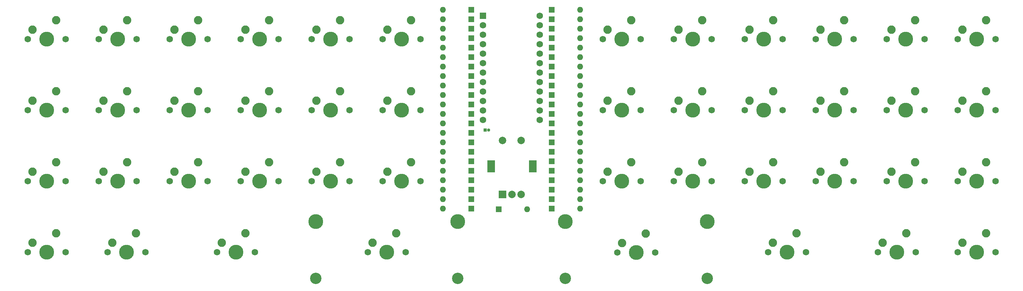
<source format=gbr>
%TF.GenerationSoftware,KiCad,Pcbnew,(6.0.7)*%
%TF.CreationDate,2022-11-26T03:08:02+01:00*%
%TF.ProjectId,skoosk pcb no leds rgb,736b6f6f-736b-4207-9063-62206e6f206c,rev?*%
%TF.SameCoordinates,Original*%
%TF.FileFunction,Soldermask,Bot*%
%TF.FilePolarity,Negative*%
%FSLAX46Y46*%
G04 Gerber Fmt 4.6, Leading zero omitted, Abs format (unit mm)*
G04 Created by KiCad (PCBNEW (6.0.7)) date 2022-11-26 03:08:02*
%MOMM*%
%LPD*%
G01*
G04 APERTURE LIST*
%ADD10R,1.600000X1.600000*%
%ADD11O,1.600000X1.600000*%
%ADD12C,1.750000*%
%ADD13C,3.987800*%
%ADD14C,2.250000*%
%ADD15R,1.752600X1.752600*%
%ADD16C,1.752600*%
%ADD17C,3.048000*%
%ADD18R,2.000000X2.000000*%
%ADD19C,2.000000*%
%ADD20R,2.000000X3.200000*%
%ADD21R,0.850000X0.850000*%
%ADD22O,0.850000X0.850000*%
G04 APERTURE END LIST*
D10*
%TO.C,D28*%
X128270000Y-51689000D03*
D11*
X120650000Y-51689000D03*
%TD*%
D12*
%TO.C,MX30*%
X114617500Y-59563000D03*
X104457500Y-59563000D03*
D13*
X109537500Y-59563000D03*
D14*
X105727500Y-57023000D03*
X112077500Y-54483000D03*
%TD*%
D15*
%TO.C,U1*%
X131445000Y-15194700D03*
D16*
X131445000Y-17734700D03*
X131445000Y-20274700D03*
X131445000Y-22814700D03*
X131445000Y-25354700D03*
X131445000Y-27894700D03*
X131445000Y-30434700D03*
X131445000Y-32974700D03*
X131445000Y-35514700D03*
X131445000Y-38054700D03*
X131445000Y-40594700D03*
X131445000Y-43134700D03*
X146685000Y-43134700D03*
X146685000Y-40594700D03*
X146685000Y-38054700D03*
X146685000Y-35514700D03*
X146685000Y-32974700D03*
X146685000Y-30434700D03*
X146685000Y-27894700D03*
X146685000Y-25354700D03*
X146685000Y-22814700D03*
X146685000Y-20274700D03*
X146685000Y-17734700D03*
X146685000Y-15194700D03*
%TD*%
D12*
%TO.C,MX16*%
X76517500Y-40513000D03*
D13*
X71437500Y-40513000D03*
D12*
X66357500Y-40513000D03*
D14*
X67627500Y-37973000D03*
X73977500Y-35433000D03*
%TD*%
D10*
%TO.C,D3*%
X128270000Y-18669000D03*
D11*
X120650000Y-18669000D03*
%TD*%
D13*
%TO.C,MX14*%
X33337500Y-40513000D03*
D12*
X28257500Y-40513000D03*
X38417500Y-40513000D03*
D14*
X29527500Y-37973000D03*
X35877500Y-35433000D03*
%TD*%
D13*
%TO.C,MX44*%
X263906000Y-78613000D03*
D12*
X268986000Y-78613000D03*
X258826000Y-78613000D03*
D14*
X260096000Y-76073000D03*
X266446000Y-73533000D03*
%TD*%
D12*
%TO.C,MX28*%
X76517500Y-59563000D03*
X66357500Y-59563000D03*
D13*
X71437500Y-59563000D03*
D14*
X67627500Y-57023000D03*
X73977500Y-54483000D03*
%TD*%
D10*
%TO.C,D14*%
X128270000Y-31369000D03*
D11*
X120650000Y-31369000D03*
%TD*%
D10*
%TO.C,D43*%
X149860000Y-61849000D03*
D11*
X157480000Y-61849000D03*
%TD*%
D17*
%TO.C,MX41*%
X153501100Y-85604000D03*
X191601100Y-85604000D03*
D13*
X172551100Y-78619000D03*
X191601100Y-70364000D03*
X153501100Y-70364000D03*
D12*
X167471100Y-78619000D03*
X177631100Y-78619000D03*
D14*
X168741100Y-76079000D03*
X175091100Y-73539000D03*
%TD*%
D10*
%TO.C,D2*%
X128270000Y-16129000D03*
D11*
X120650000Y-16129000D03*
%TD*%
D10*
%TO.C,D23*%
X149860000Y-31369000D03*
D11*
X157480000Y-31369000D03*
%TD*%
D12*
%TO.C,MX35*%
X239776000Y-59563000D03*
D13*
X244856000Y-59563000D03*
D12*
X249936000Y-59563000D03*
D14*
X241046000Y-57023000D03*
X247396000Y-54483000D03*
%TD*%
D12*
%TO.C,MX24*%
X258826000Y-40513000D03*
X268986000Y-40513000D03*
D13*
X263906000Y-40513000D03*
D14*
X260096000Y-37973000D03*
X266446000Y-35433000D03*
%TD*%
D13*
%TO.C,MX43*%
X242468400Y-78613000D03*
D12*
X237388400Y-78613000D03*
X247548400Y-78613000D03*
D14*
X238658400Y-76073000D03*
X245008400Y-73533000D03*
%TD*%
D18*
%TO.C,SW2*%
X136692000Y-63062500D03*
D19*
X141692000Y-63062500D03*
X139192000Y-63062500D03*
D20*
X133592000Y-55562500D03*
X144792000Y-55562500D03*
D19*
X141692000Y-48562500D03*
X136692000Y-48562500D03*
%TD*%
D10*
%TO.C,D6*%
X128270000Y-26289000D03*
D11*
X120650000Y-26289000D03*
%TD*%
D13*
%TO.C,MX26*%
X33337500Y-59563000D03*
D12*
X28257500Y-59563000D03*
X38417500Y-59563000D03*
D14*
X29527500Y-57023000D03*
X35877500Y-54483000D03*
%TD*%
D10*
%TO.C,D34*%
X149860000Y-49149000D03*
D11*
X157480000Y-49149000D03*
%TD*%
D12*
%TO.C,MX7*%
X173736000Y-21463000D03*
D13*
X168656000Y-21463000D03*
D12*
X163576000Y-21463000D03*
D14*
X164846000Y-18923000D03*
X171196000Y-16383000D03*
%TD*%
D21*
%TO.C,SW1*%
X131971257Y-45811315D03*
D22*
X132971257Y-45811315D03*
%TD*%
D13*
%TO.C,MX5*%
X90487500Y-21463000D03*
D12*
X95567500Y-21463000D03*
X85407500Y-21463000D03*
D14*
X86677500Y-18923000D03*
X93027500Y-16383000D03*
%TD*%
D10*
%TO.C,D5*%
X128270000Y-23749000D03*
D11*
X120650000Y-23749000D03*
%TD*%
D13*
%TO.C,MX15*%
X52387500Y-40513000D03*
D12*
X57467500Y-40513000D03*
X47307500Y-40513000D03*
D14*
X48577500Y-37973000D03*
X54927500Y-35433000D03*
%TD*%
D10*
%TO.C,D40*%
X128270000Y-66929000D03*
D11*
X120650000Y-66929000D03*
%TD*%
D10*
%TO.C,D4*%
X128270000Y-21209000D03*
D11*
X120650000Y-21209000D03*
%TD*%
D10*
%TO.C,D24*%
X149860000Y-28829000D03*
D11*
X157480000Y-28829000D03*
%TD*%
D12*
%TO.C,MX18*%
X104457500Y-40513000D03*
D13*
X109537500Y-40513000D03*
D12*
X114617500Y-40513000D03*
D14*
X105727500Y-37973000D03*
X112077500Y-35433000D03*
%TD*%
D12*
%TO.C,MX21*%
X211836000Y-40513000D03*
X201676000Y-40513000D03*
D13*
X206756000Y-40513000D03*
D14*
X202946000Y-37973000D03*
X209296000Y-35433000D03*
%TD*%
D10*
%TO.C,D39*%
X128270000Y-64389000D03*
D11*
X120650000Y-64389000D03*
%TD*%
D13*
%TO.C,MX11*%
X244856000Y-21463000D03*
D12*
X249936000Y-21463000D03*
X239776000Y-21463000D03*
D14*
X241046000Y-18923000D03*
X247396000Y-16383000D03*
%TD*%
D10*
%TO.C,D27*%
X128270000Y-49149000D03*
D11*
X120650000Y-49149000D03*
%TD*%
D10*
%TO.C,D30*%
X128270000Y-56769000D03*
D11*
X120650000Y-56769000D03*
%TD*%
D10*
%TO.C,D22*%
X149860000Y-33909000D03*
D11*
X157480000Y-33909000D03*
%TD*%
D10*
%TO.C,D18*%
X128270000Y-41529000D03*
D11*
X120650000Y-41529000D03*
%TD*%
D13*
%TO.C,MX40*%
X105613200Y-78613000D03*
X86563200Y-70358000D03*
D17*
X124663200Y-85598000D03*
X86563200Y-85598000D03*
D12*
X100533200Y-78613000D03*
D13*
X124663200Y-70358000D03*
D12*
X110693200Y-78613000D03*
D14*
X101803200Y-76073000D03*
X108153200Y-73533000D03*
%TD*%
D10*
%TO.C,D21*%
X149860000Y-36449000D03*
D11*
X157480000Y-36449000D03*
%TD*%
D10*
%TO.C,D36*%
X149860000Y-44069000D03*
D11*
X157480000Y-44069000D03*
%TD*%
D13*
%TO.C,MX10*%
X225806000Y-21463000D03*
D12*
X220726000Y-21463000D03*
X230886000Y-21463000D03*
D14*
X221996000Y-18923000D03*
X228346000Y-16383000D03*
%TD*%
D10*
%TO.C,D31*%
X149860000Y-56769000D03*
D11*
X157480000Y-56769000D03*
%TD*%
D10*
%TO.C,D32*%
X149860000Y-54229000D03*
D11*
X157480000Y-54229000D03*
%TD*%
D13*
%TO.C,MX4*%
X71437500Y-21463000D03*
D12*
X76517500Y-21463000D03*
X66357500Y-21463000D03*
D14*
X67627500Y-18923000D03*
X73977500Y-16383000D03*
%TD*%
D12*
%TO.C,MX32*%
X182626000Y-59563000D03*
D13*
X187706000Y-59563000D03*
D12*
X192786000Y-59563000D03*
D14*
X183896000Y-57023000D03*
X190246000Y-54483000D03*
%TD*%
D12*
%TO.C,MX22*%
X230886000Y-40513000D03*
D13*
X225806000Y-40513000D03*
D12*
X220726000Y-40513000D03*
D14*
X221996000Y-37973000D03*
X228346000Y-35433000D03*
%TD*%
D10*
%TO.C,D35*%
X149860000Y-46609000D03*
D11*
X157480000Y-46609000D03*
%TD*%
D10*
%TO.C,D12*%
X149860000Y-13589000D03*
D11*
X157480000Y-13589000D03*
%TD*%
D12*
%TO.C,MX27*%
X47307500Y-59563000D03*
X57467500Y-59563000D03*
D13*
X52387500Y-59563000D03*
D14*
X48577500Y-57023000D03*
X54927500Y-54483000D03*
%TD*%
D12*
%TO.C,MX36*%
X258826000Y-59563000D03*
X268986000Y-59563000D03*
D13*
X263906000Y-59563000D03*
D14*
X260096000Y-57023000D03*
X266446000Y-54483000D03*
%TD*%
D10*
%TO.C,D9*%
X149860000Y-21209000D03*
D11*
X157480000Y-21209000D03*
%TD*%
D13*
%TO.C,MX20*%
X187706000Y-40513000D03*
D12*
X182626000Y-40513000D03*
X192786000Y-40513000D03*
D14*
X183896000Y-37973000D03*
X190246000Y-35433000D03*
%TD*%
D10*
%TO.C,D15*%
X128270000Y-33909000D03*
D11*
X120650000Y-33909000D03*
%TD*%
D10*
%TO.C,D51*%
X135636000Y-67056000D03*
D11*
X143256000Y-67056000D03*
%TD*%
D10*
%TO.C,D7*%
X149860000Y-26289000D03*
D11*
X157480000Y-26289000D03*
%TD*%
D12*
%TO.C,MX25*%
X9207500Y-59563000D03*
X19367500Y-59563000D03*
D13*
X14287500Y-59563000D03*
D14*
X10477500Y-57023000D03*
X16827500Y-54483000D03*
%TD*%
D10*
%TO.C,D33*%
X149860000Y-51689000D03*
D11*
X157480000Y-51689000D03*
%TD*%
D10*
%TO.C,D17*%
X128270000Y-38989000D03*
D11*
X120650000Y-38989000D03*
%TD*%
D10*
%TO.C,D16*%
X128270000Y-36449000D03*
D11*
X120650000Y-36449000D03*
%TD*%
D12*
%TO.C,MX42*%
X218109800Y-78613000D03*
D13*
X213029800Y-78613000D03*
D12*
X207949800Y-78613000D03*
D14*
X209219800Y-76073000D03*
X215569800Y-73533000D03*
%TD*%
D12*
%TO.C,MX33*%
X201676000Y-59563000D03*
D13*
X206756000Y-59563000D03*
D12*
X211836000Y-59563000D03*
D14*
X202946000Y-57023000D03*
X209296000Y-54483000D03*
%TD*%
D12*
%TO.C,MX38*%
X40792400Y-78613000D03*
D13*
X35712400Y-78613000D03*
D12*
X30632400Y-78613000D03*
D14*
X31902400Y-76073000D03*
X38252400Y-73533000D03*
%TD*%
D13*
%TO.C,MX13*%
X14287500Y-40513000D03*
D12*
X9207500Y-40513000D03*
X19367500Y-40513000D03*
D14*
X10477500Y-37973000D03*
X16827500Y-35433000D03*
%TD*%
D10*
%TO.C,D42*%
X149860000Y-64389000D03*
D11*
X157480000Y-64389000D03*
%TD*%
D12*
%TO.C,MX6*%
X104457500Y-21463000D03*
D13*
X109537500Y-21463000D03*
D12*
X114617500Y-21463000D03*
D14*
X105727500Y-18923000D03*
X112077500Y-16383000D03*
%TD*%
D12*
%TO.C,MX3*%
X47307500Y-21463000D03*
X57467500Y-21463000D03*
D13*
X52387500Y-21463000D03*
D14*
X48577500Y-18923000D03*
X54927500Y-16383000D03*
%TD*%
D12*
%TO.C,MX2*%
X38417500Y-21463000D03*
D13*
X33337500Y-21463000D03*
D12*
X28257500Y-21463000D03*
D14*
X29527500Y-18923000D03*
X35877500Y-16383000D03*
%TD*%
D12*
%TO.C,MX17*%
X85407500Y-40513000D03*
X95567500Y-40513000D03*
D13*
X90487500Y-40513000D03*
D14*
X86677500Y-37973000D03*
X93027500Y-35433000D03*
%TD*%
D10*
%TO.C,D11*%
X149860000Y-16129000D03*
D11*
X157480000Y-16129000D03*
%TD*%
D12*
%TO.C,MX1*%
X19367500Y-21463000D03*
X9207500Y-21463000D03*
D13*
X14287500Y-21463000D03*
D14*
X10477500Y-18923000D03*
X16827500Y-16383000D03*
%TD*%
D10*
%TO.C,D25*%
X128270000Y-44069000D03*
D11*
X120650000Y-44069000D03*
%TD*%
D13*
%TO.C,MX37*%
X14287500Y-78613000D03*
D12*
X9207500Y-78613000D03*
X19367500Y-78613000D03*
D14*
X10477500Y-76073000D03*
X16827500Y-73533000D03*
%TD*%
D12*
%TO.C,MX39*%
X60045600Y-78613000D03*
X70205600Y-78613000D03*
D13*
X65125600Y-78613000D03*
D14*
X61315600Y-76073000D03*
X67665600Y-73533000D03*
%TD*%
D10*
%TO.C,D19*%
X149860000Y-41529000D03*
D11*
X157480000Y-41529000D03*
%TD*%
D10*
%TO.C,D8*%
X149860000Y-23749000D03*
D11*
X157480000Y-23749000D03*
%TD*%
D13*
%TO.C,MX23*%
X244856000Y-40513000D03*
D12*
X239776000Y-40513000D03*
X249936000Y-40513000D03*
D14*
X241046000Y-37973000D03*
X247396000Y-35433000D03*
%TD*%
D10*
%TO.C,D44*%
X149860000Y-59309000D03*
D11*
X157480000Y-59309000D03*
%TD*%
D12*
%TO.C,MX9*%
X201676000Y-21463000D03*
D13*
X206756000Y-21463000D03*
D12*
X211836000Y-21463000D03*
D14*
X202946000Y-18923000D03*
X209296000Y-16383000D03*
%TD*%
D10*
%TO.C,D20*%
X149860000Y-38989000D03*
D11*
X157480000Y-38989000D03*
%TD*%
D12*
%TO.C,MX34*%
X230886000Y-59563000D03*
X220726000Y-59563000D03*
D13*
X225806000Y-59563000D03*
D14*
X221996000Y-57023000D03*
X228346000Y-54483000D03*
%TD*%
D10*
%TO.C,D26*%
X128270000Y-46609000D03*
D11*
X120650000Y-46609000D03*
%TD*%
D10*
%TO.C,D1*%
X128270000Y-13589000D03*
D11*
X120650000Y-13589000D03*
%TD*%
D10*
%TO.C,D13*%
X128270000Y-28829000D03*
D11*
X120650000Y-28829000D03*
%TD*%
D12*
%TO.C,MX19*%
X173736000Y-40513000D03*
D13*
X168656000Y-40513000D03*
D12*
X163576000Y-40513000D03*
D14*
X164846000Y-37973000D03*
X171196000Y-35433000D03*
%TD*%
D10*
%TO.C,D29*%
X128270000Y-54229000D03*
D11*
X120650000Y-54229000D03*
%TD*%
D12*
%TO.C,MX12*%
X268986000Y-21463000D03*
X258826000Y-21463000D03*
D13*
X263906000Y-21463000D03*
D14*
X260096000Y-18923000D03*
X266446000Y-16383000D03*
%TD*%
D10*
%TO.C,D10*%
X149860000Y-18669000D03*
D11*
X157480000Y-18669000D03*
%TD*%
D10*
%TO.C,D41*%
X149860000Y-66929000D03*
D11*
X157480000Y-66929000D03*
%TD*%
D12*
%TO.C,MX31*%
X163576000Y-59563000D03*
X173736000Y-59563000D03*
D13*
X168656000Y-59563000D03*
D14*
X164846000Y-57023000D03*
X171196000Y-54483000D03*
%TD*%
D10*
%TO.C,D37*%
X128270000Y-59309000D03*
D11*
X120650000Y-59309000D03*
%TD*%
D12*
%TO.C,MX29*%
X95567500Y-59563000D03*
X85407500Y-59563000D03*
D13*
X90487500Y-59563000D03*
D14*
X86677500Y-57023000D03*
X93027500Y-54483000D03*
%TD*%
D13*
%TO.C,MX8*%
X187706000Y-21463000D03*
D12*
X182626000Y-21463000D03*
X192786000Y-21463000D03*
D14*
X183896000Y-18923000D03*
X190246000Y-16383000D03*
%TD*%
D10*
%TO.C,D38*%
X128270000Y-61849000D03*
D11*
X120650000Y-61849000D03*
%TD*%
M02*

</source>
